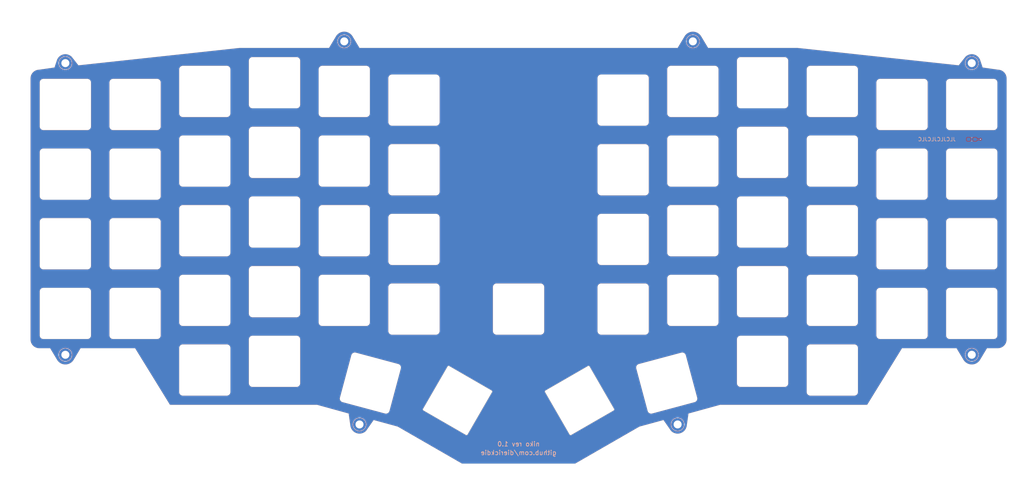
<source format=kicad_pcb>
(kicad_pcb (version 20171130) (host pcbnew "(5.1.4-0)")
  (layers (0 F.Cu signal) (31 B.Cu signal) (34 B.Paste user) (35 F.Paste user) (36 B.SilkS user) (37 F.SilkS user) (38 B.Mask user) (39 F.Mask user) (44 Edge.Cuts user))
  (net 0 "")
  (net 1 GND)
  (module Resistor_SMD:R_0603_1608Metric_Pad1.05x0.95mm_HandSolder (layer B.Cu) (at 321.470285 100.01271 180)
    (fp_text reference R1)
    (fp_text value R_Small)
    (fp_line (start -0.171267 -0.51) (end 0.171267 -0.51) (layer B.SilkS) (width 0.12))
    (fp_line (start -0.171267 0.51) (end 0.171267 0.51) (layer B.SilkS) (width 0.12))
    (pad 2 smd roundrect (at 0.875 0 180) (size 1.05 0.95) (layers B.Cu B.Paste B.Mask))
    (pad 1 smd roundrect (at -0.875 0 180) (size 1.05 0.95) (layers B.Cu B.Paste B.Mask) (net 1 GND))
  )
  (module Keeb_footprints:MX_150_cutout_plated (layer F.Cu) (at 214.3134 171.45072 120)
    (fp_text reference U43)
    (fp_text value HOLE hide)
    (fp_line (start 7 6.7) (end 7 -6.7) (layer Edge.Cuts) (width 0.1))
    (fp_line (start -7 6.7) (end -7 -6.7) (layer Edge.Cuts) (width 0.1))
    (fp_line (start 6.7 7) (end -6.7 7) (layer Edge.Cuts) (width 0.1))
    (fp_line (start 6.7 -7) (end -6.7 -7) (layer Edge.Cuts) (width 0.1))
    (fp_arc (start -6.7 6.7) (end -7 6.7) (angle -90) (layer Edge.Cuts) (width 0.1))
    (fp_arc (start -6.7 -6.7) (end -6.7 -7) (angle -90) (layer Edge.Cuts) (width 0.1))
    (fp_arc (start 6.7 -6.7) (end 7 -6.7) (angle -90) (layer Edge.Cuts) (width 0.1))
    (fp_arc (start 6.7 6.7) (end 6.7 7) (angle -90) (layer Edge.Cuts) (width 0.1))
  )
  (module Keeb_footprints:MX_150_cutout_plated (layer F.Cu) (at 180.97576 171.45072 60)
    (fp_text reference U42)
    (fp_text value HOLE hide)
    (fp_line (start 7 6.7) (end 7 -6.7) (layer Edge.Cuts) (width 0.1))
    (fp_line (start -7 6.7) (end -7 -6.7) (layer Edge.Cuts) (width 0.1))
    (fp_line (start 6.7 7) (end -6.7 7) (layer Edge.Cuts) (width 0.1))
    (fp_line (start 6.7 -7) (end -6.7 -7) (layer Edge.Cuts) (width 0.1))
    (fp_arc (start -6.7 6.7) (end -7 6.7) (angle -90) (layer Edge.Cuts) (width 0.1))
    (fp_arc (start -6.7 -6.7) (end -6.7 -7) (angle -90) (layer Edge.Cuts) (width 0.1))
    (fp_arc (start 6.7 -6.7) (end 7 -6.7) (angle -90) (layer Edge.Cuts) (width 0.1))
    (fp_arc (start 6.7 6.7) (end 6.7 7) (angle -90) (layer Edge.Cuts) (width 0.1))
  )
  (module Keeb_footprints:MX100_cutout_plated (layer F.Cu) (at 197.64458 146.447085)
    (fp_text reference U61)
    (fp_text value HOLE)
    (fp_arc (start -6 -6) (end -6 -7) (angle -90) (layer Edge.Cuts) (width 0.05))
    (fp_arc (start 6 6) (end 6 7) (angle -90) (layer Edge.Cuts) (width 0.05))
    (fp_arc (start 6 -6) (end 7 -6) (angle -90) (layer Edge.Cuts) (width 0.05))
    (fp_arc (start -6 6) (end -7 6) (angle -90) (layer Edge.Cuts) (width 0.05))
    (fp_line (start -6 7) (end 6 7) (layer Edge.Cuts) (width 0.05))
    (fp_line (start 7 -6) (end 7 6) (layer Edge.Cuts) (width 0.05))
    (fp_line (start -6 -7) (end 6 -7) (layer Edge.Cuts) (width 0.05))
    (fp_line (start -7 6) (end -7 -6) (layer Edge.Cuts) (width 0.05))
  )
  (module Keeb_footprints:MX100_cutout_plated (layer F.Cu) (at 321.4701 90.48788)
    (fp_text reference U60)
    (fp_text value HOLE)
    (fp_arc (start -6 -6) (end -6 -7) (angle -90) (layer Edge.Cuts) (width 0.05))
    (fp_arc (start 6 6) (end 6 7) (angle -90) (layer Edge.Cuts) (width 0.05))
    (fp_arc (start 6 -6) (end 7 -6) (angle -90) (layer Edge.Cuts) (width 0.05))
    (fp_arc (start -6 6) (end -7 6) (angle -90) (layer Edge.Cuts) (width 0.05))
    (fp_line (start -6 7) (end 6 7) (layer Edge.Cuts) (width 0.05))
    (fp_line (start 7 -6) (end 7 6) (layer Edge.Cuts) (width 0.05))
    (fp_line (start -6 -7) (end 6 -7) (layer Edge.Cuts) (width 0.05))
    (fp_line (start -7 6) (end -7 -6) (layer Edge.Cuts) (width 0.05))
  )
  (module Keeb_footprints:MX100_cutout_plated (layer F.Cu) (at 302.42002 90.48788)
    (fp_text reference U59)
    (fp_text value HOLE)
    (fp_arc (start -6 -6) (end -6 -7) (angle -90) (layer Edge.Cuts) (width 0.05))
    (fp_arc (start 6 6) (end 6 7) (angle -90) (layer Edge.Cuts) (width 0.05))
    (fp_arc (start 6 -6) (end 7 -6) (angle -90) (layer Edge.Cuts) (width 0.05))
    (fp_arc (start -6 6) (end -7 6) (angle -90) (layer Edge.Cuts) (width 0.05))
    (fp_line (start -6 7) (end 6 7) (layer Edge.Cuts) (width 0.05))
    (fp_line (start 7 -6) (end 7 6) (layer Edge.Cuts) (width 0.05))
    (fp_line (start -6 -7) (end 6 -7) (layer Edge.Cuts) (width 0.05))
    (fp_line (start -7 6) (end -7 -6) (layer Edge.Cuts) (width 0.05))
  )
  (module Keeb_footprints:MX100_cutout_plated (layer F.Cu) (at 283.36994 86.91599)
    (fp_text reference U58)
    (fp_text value HOLE)
    (fp_arc (start -6 -6) (end -6 -7) (angle -90) (layer Edge.Cuts) (width 0.05))
    (fp_arc (start 6 6) (end 6 7) (angle -90) (layer Edge.Cuts) (width 0.05))
    (fp_arc (start 6 -6) (end 7 -6) (angle -90) (layer Edge.Cuts) (width 0.05))
    (fp_arc (start -6 6) (end -7 6) (angle -90) (layer Edge.Cuts) (width 0.05))
    (fp_line (start -6 7) (end 6 7) (layer Edge.Cuts) (width 0.05))
    (fp_line (start 7 -6) (end 7 6) (layer Edge.Cuts) (width 0.05))
    (fp_line (start -6 -7) (end 6 -7) (layer Edge.Cuts) (width 0.05))
    (fp_line (start -7 6) (end -7 -6) (layer Edge.Cuts) (width 0.05))
  )
  (module Keeb_footprints:MX100_cutout_plated (layer F.Cu) (at 264.31986 84.53473)
    (fp_text reference U57)
    (fp_text value HOLE)
    (fp_arc (start -6 -6) (end -6 -7) (angle -90) (layer Edge.Cuts) (width 0.05))
    (fp_arc (start 6 6) (end 6 7) (angle -90) (layer Edge.Cuts) (width 0.05))
    (fp_arc (start 6 -6) (end 7 -6) (angle -90) (layer Edge.Cuts) (width 0.05))
    (fp_arc (start -6 6) (end -7 6) (angle -90) (layer Edge.Cuts) (width 0.05))
    (fp_line (start -6 7) (end 6 7) (layer Edge.Cuts) (width 0.05))
    (fp_line (start 7 -6) (end 7 6) (layer Edge.Cuts) (width 0.05))
    (fp_line (start -6 -7) (end 6 -7) (layer Edge.Cuts) (width 0.05))
    (fp_line (start -7 6) (end -7 -6) (layer Edge.Cuts) (width 0.05))
  )
  (module Keeb_footprints:MX100_cutout_plated (layer F.Cu) (at 245.26978 86.91599)
    (fp_text reference U56)
    (fp_text value HOLE)
    (fp_arc (start -6 -6) (end -6 -7) (angle -90) (layer Edge.Cuts) (width 0.05))
    (fp_arc (start 6 6) (end 6 7) (angle -90) (layer Edge.Cuts) (width 0.05))
    (fp_arc (start 6 -6) (end 7 -6) (angle -90) (layer Edge.Cuts) (width 0.05))
    (fp_arc (start -6 6) (end -7 6) (angle -90) (layer Edge.Cuts) (width 0.05))
    (fp_line (start -6 7) (end 6 7) (layer Edge.Cuts) (width 0.05))
    (fp_line (start 7 -6) (end 7 6) (layer Edge.Cuts) (width 0.05))
    (fp_line (start -6 -7) (end 6 -7) (layer Edge.Cuts) (width 0.05))
    (fp_line (start -7 6) (end -7 -6) (layer Edge.Cuts) (width 0.05))
  )
  (module Keeb_footprints:MX100_cutout_plated (layer F.Cu) (at 226.2197 89.29725)
    (fp_text reference U55)
    (fp_text value HOLE)
    (fp_arc (start -6 -6) (end -6 -7) (angle -90) (layer Edge.Cuts) (width 0.05))
    (fp_arc (start 6 6) (end 6 7) (angle -90) (layer Edge.Cuts) (width 0.05))
    (fp_arc (start 6 -6) (end 7 -6) (angle -90) (layer Edge.Cuts) (width 0.05))
    (fp_arc (start -6 6) (end -7 6) (angle -90) (layer Edge.Cuts) (width 0.05))
    (fp_line (start -6 7) (end 6 7) (layer Edge.Cuts) (width 0.05))
    (fp_line (start 7 -6) (end 7 6) (layer Edge.Cuts) (width 0.05))
    (fp_line (start -6 -7) (end 6 -7) (layer Edge.Cuts) (width 0.05))
    (fp_line (start -7 6) (end -7 -6) (layer Edge.Cuts) (width 0.05))
  )
  (module Keeb_footprints:MX100_cutout_plated (layer F.Cu) (at 169.06946 89.29725)
    (fp_text reference U54)
    (fp_text value HOLE)
    (fp_arc (start -6 -6) (end -6 -7) (angle -90) (layer Edge.Cuts) (width 0.05))
    (fp_arc (start 6 6) (end 6 7) (angle -90) (layer Edge.Cuts) (width 0.05))
    (fp_arc (start 6 -6) (end 7 -6) (angle -90) (layer Edge.Cuts) (width 0.05))
    (fp_arc (start -6 6) (end -7 6) (angle -90) (layer Edge.Cuts) (width 0.05))
    (fp_line (start -6 7) (end 6 7) (layer Edge.Cuts) (width 0.05))
    (fp_line (start 7 -6) (end 7 6) (layer Edge.Cuts) (width 0.05))
    (fp_line (start -6 -7) (end 6 -7) (layer Edge.Cuts) (width 0.05))
    (fp_line (start -7 6) (end -7 -6) (layer Edge.Cuts) (width 0.05))
  )
  (module Keeb_footprints:MX100_cutout_plated (layer F.Cu) (at 150.01938 86.91599)
    (fp_text reference U53)
    (fp_text value HOLE)
    (fp_arc (start -6 -6) (end -6 -7) (angle -90) (layer Edge.Cuts) (width 0.05))
    (fp_arc (start 6 6) (end 6 7) (angle -90) (layer Edge.Cuts) (width 0.05))
    (fp_arc (start 6 -6) (end 7 -6) (angle -90) (layer Edge.Cuts) (width 0.05))
    (fp_arc (start -6 6) (end -7 6) (angle -90) (layer Edge.Cuts) (width 0.05))
    (fp_line (start -6 7) (end 6 7) (layer Edge.Cuts) (width 0.05))
    (fp_line (start 7 -6) (end 7 6) (layer Edge.Cuts) (width 0.05))
    (fp_line (start -6 -7) (end 6 -7) (layer Edge.Cuts) (width 0.05))
    (fp_line (start -7 6) (end -7 -6) (layer Edge.Cuts) (width 0.05))
  )
  (module Keeb_footprints:MX100_cutout_plated (layer F.Cu) (at 130.9693 84.53473)
    (fp_text reference U52)
    (fp_text value HOLE)
    (fp_arc (start -6 -6) (end -6 -7) (angle -90) (layer Edge.Cuts) (width 0.05))
    (fp_arc (start 6 6) (end 6 7) (angle -90) (layer Edge.Cuts) (width 0.05))
    (fp_arc (start 6 -6) (end 7 -6) (angle -90) (layer Edge.Cuts) (width 0.05))
    (fp_arc (start -6 6) (end -7 6) (angle -90) (layer Edge.Cuts) (width 0.05))
    (fp_line (start -6 7) (end 6 7) (layer Edge.Cuts) (width 0.05))
    (fp_line (start 7 -6) (end 7 6) (layer Edge.Cuts) (width 0.05))
    (fp_line (start -6 -7) (end 6 -7) (layer Edge.Cuts) (width 0.05))
    (fp_line (start -7 6) (end -7 -6) (layer Edge.Cuts) (width 0.05))
  )
  (module Keeb_footprints:MX100_cutout_plated (layer F.Cu) (at 111.91922 86.91599)
    (fp_text reference U51)
    (fp_text value HOLE)
    (fp_arc (start -6 -6) (end -6 -7) (angle -90) (layer Edge.Cuts) (width 0.05))
    (fp_arc (start 6 6) (end 6 7) (angle -90) (layer Edge.Cuts) (width 0.05))
    (fp_arc (start 6 -6) (end 7 -6) (angle -90) (layer Edge.Cuts) (width 0.05))
    (fp_arc (start -6 6) (end -7 6) (angle -90) (layer Edge.Cuts) (width 0.05))
    (fp_line (start -6 7) (end 6 7) (layer Edge.Cuts) (width 0.05))
    (fp_line (start 7 -6) (end 7 6) (layer Edge.Cuts) (width 0.05))
    (fp_line (start -6 -7) (end 6 -7) (layer Edge.Cuts) (width 0.05))
    (fp_line (start -7 6) (end -7 -6) (layer Edge.Cuts) (width 0.05))
  )
  (module Keeb_footprints:MX100_cutout_plated (layer F.Cu) (at 92.86914 90.48788)
    (fp_text reference U50)
    (fp_text value HOLE)
    (fp_arc (start -6 -6) (end -6 -7) (angle -90) (layer Edge.Cuts) (width 0.05))
    (fp_arc (start 6 6) (end 6 7) (angle -90) (layer Edge.Cuts) (width 0.05))
    (fp_arc (start 6 -6) (end 7 -6) (angle -90) (layer Edge.Cuts) (width 0.05))
    (fp_arc (start -6 6) (end -7 6) (angle -90) (layer Edge.Cuts) (width 0.05))
    (fp_line (start -6 7) (end 6 7) (layer Edge.Cuts) (width 0.05))
    (fp_line (start 7 -6) (end 7 6) (layer Edge.Cuts) (width 0.05))
    (fp_line (start -6 -7) (end 6 -7) (layer Edge.Cuts) (width 0.05))
    (fp_line (start -7 6) (end -7 -6) (layer Edge.Cuts) (width 0.05))
  )
  (module Keeb_footprints:MX100_cutout_plated (layer F.Cu) (at 73.81906 90.48788)
    (fp_text reference U49)
    (fp_text value HOLE)
    (fp_arc (start -6 -6) (end -6 -7) (angle -90) (layer Edge.Cuts) (width 0.05))
    (fp_arc (start 6 6) (end 6 7) (angle -90) (layer Edge.Cuts) (width 0.05))
    (fp_arc (start 6 -6) (end 7 -6) (angle -90) (layer Edge.Cuts) (width 0.05))
    (fp_arc (start -6 6) (end -7 6) (angle -90) (layer Edge.Cuts) (width 0.05))
    (fp_line (start -6 7) (end 6 7) (layer Edge.Cuts) (width 0.05))
    (fp_line (start 7 -6) (end 7 6) (layer Edge.Cuts) (width 0.05))
    (fp_line (start -6 -7) (end 6 -7) (layer Edge.Cuts) (width 0.05))
    (fp_line (start -7 6) (end -7 -6) (layer Edge.Cuts) (width 0.05))
  )
  (module Keeb_footprints:MX100_cutout_plated (layer F.Cu) (at 264.31986 160.73505)
    (fp_text reference U45)
    (fp_text value HOLE)
    (fp_line (start -6 7) (end 6 7) (layer Edge.Cuts) (width 0.05))
    (fp_line (start 7 -6) (end 7 6) (layer Edge.Cuts) (width 0.05))
    (fp_line (start -6 -7) (end 6 -7) (layer Edge.Cuts) (width 0.05))
    (fp_line (start -7 6) (end -7 -6) (layer Edge.Cuts) (width 0.05))
    (fp_arc (start -6 -6) (end -6 -7) (angle -90) (layer Edge.Cuts) (width 0.05))
    (fp_arc (start 6 6) (end 6 7) (angle -90) (layer Edge.Cuts) (width 0.05))
    (fp_arc (start 6 -6) (end 7 -6) (angle -90) (layer Edge.Cuts) (width 0.05))
    (fp_arc (start -6 6) (end -7 6) (angle -90) (layer Edge.Cuts) (width 0.05))
  )
  (module Keeb_footprints:MX100_cutout_plated (layer F.Cu) (at 73.81906 109.53796)
    (fp_text reference U1)
    (fp_text value HOLE)
    (fp_line (start -6 7) (end 6 7) (layer Edge.Cuts) (width 0.05))
    (fp_line (start 7 -6) (end 7 6) (layer Edge.Cuts) (width 0.05))
    (fp_line (start -6 -7) (end 6 -7) (layer Edge.Cuts) (width 0.05))
    (fp_line (start -7 6) (end -7 -6) (layer Edge.Cuts) (width 0.05))
    (fp_arc (start -6 -6) (end -6 -7) (angle -90) (layer Edge.Cuts) (width 0.05))
    (fp_arc (start 6 6) (end 6 7) (angle -90) (layer Edge.Cuts) (width 0.05))
    (fp_arc (start 6 -6) (end 7 -6) (angle -90) (layer Edge.Cuts) (width 0.05))
    (fp_arc (start -6 6) (end -7 6) (angle -90) (layer Edge.Cuts) (width 0.05))
  )
  (module Keeb_footprints:MX100_cutout_plated (layer F.Cu) (at 283.36994 163.11631)
    (fp_text reference U46)
    (fp_text value HOLE)
    (fp_line (start -6 7) (end 6 7) (layer Edge.Cuts) (width 0.05))
    (fp_line (start 7 -6) (end 7 6) (layer Edge.Cuts) (width 0.05))
    (fp_line (start -6 -7) (end 6 -7) (layer Edge.Cuts) (width 0.05))
    (fp_line (start -7 6) (end -7 -6) (layer Edge.Cuts) (width 0.05))
    (fp_arc (start -6 -6) (end -6 -7) (angle -90) (layer Edge.Cuts) (width 0.05))
    (fp_arc (start 6 6) (end 6 7) (angle -90) (layer Edge.Cuts) (width 0.05))
    (fp_arc (start 6 -6) (end 7 -6) (angle -90) (layer Edge.Cuts) (width 0.05))
    (fp_arc (start -6 6) (end -7 6) (angle -90) (layer Edge.Cuts) (width 0.05))
  )
  (module Keeb_footprints:MX100_cutout_plated (layer F.Cu) (at 238.126 166.6882 195)
    (fp_text reference U44)
    (fp_text value HOLE)
    (fp_line (start -6 7) (end 6 7) (layer Edge.Cuts) (width 0.05))
    (fp_line (start 7 -6) (end 7 6) (layer Edge.Cuts) (width 0.05))
    (fp_line (start -6 -7) (end 6 -7) (layer Edge.Cuts) (width 0.05))
    (fp_line (start -7 6) (end -7 -6) (layer Edge.Cuts) (width 0.05))
    (fp_arc (start -6 -6) (end -6 -7) (angle -90) (layer Edge.Cuts) (width 0.05))
    (fp_arc (start 6 6) (end 6 7) (angle -90) (layer Edge.Cuts) (width 0.05))
    (fp_arc (start 6 -6) (end 7 -6) (angle -90) (layer Edge.Cuts) (width 0.05))
    (fp_arc (start -6 6) (end -7 6) (angle -90) (layer Edge.Cuts) (width 0.05))
  )
  (module Keeb_footprints:MX100_cutout_plated (layer F.Cu) (at 157.16316 166.6882 165)
    (fp_text reference U41)
    (fp_text value HOLE)
    (fp_line (start -6 7) (end 6 7) (layer Edge.Cuts) (width 0.05))
    (fp_line (start 7 -6) (end 7 6) (layer Edge.Cuts) (width 0.05))
    (fp_line (start -6 -7) (end 6 -7) (layer Edge.Cuts) (width 0.05))
    (fp_line (start -7 6) (end -7 -6) (layer Edge.Cuts) (width 0.05))
    (fp_arc (start -6 -6) (end -6 -7) (angle -90) (layer Edge.Cuts) (width 0.05))
    (fp_arc (start 6 6) (end 6 7) (angle -90) (layer Edge.Cuts) (width 0.05))
    (fp_arc (start 6 -6) (end 7 -6) (angle -90) (layer Edge.Cuts) (width 0.05))
    (fp_arc (start -6 6) (end -7 6) (angle -90) (layer Edge.Cuts) (width 0.05))
  )
  (module Keeb_footprints:MX100_cutout_plated (layer F.Cu) (at 130.9693 160.73505)
    (fp_text reference U40)
    (fp_text value HOLE)
    (fp_line (start -6 7) (end 6 7) (layer Edge.Cuts) (width 0.05))
    (fp_line (start 7 -6) (end 7 6) (layer Edge.Cuts) (width 0.05))
    (fp_line (start -6 -7) (end 6 -7) (layer Edge.Cuts) (width 0.05))
    (fp_line (start -7 6) (end -7 -6) (layer Edge.Cuts) (width 0.05))
    (fp_arc (start -6 -6) (end -6 -7) (angle -90) (layer Edge.Cuts) (width 0.05))
    (fp_arc (start 6 6) (end 6 7) (angle -90) (layer Edge.Cuts) (width 0.05))
    (fp_arc (start 6 -6) (end 7 -6) (angle -90) (layer Edge.Cuts) (width 0.05))
    (fp_arc (start -6 6) (end -7 6) (angle -90) (layer Edge.Cuts) (width 0.05))
  )
  (module Keeb_footprints:MX100_cutout_plated (layer F.Cu) (at 111.91922 163.11631)
    (fp_text reference U39)
    (fp_text value HOLE)
    (fp_line (start -6 7) (end 6 7) (layer Edge.Cuts) (width 0.05))
    (fp_line (start 7 -6) (end 7 6) (layer Edge.Cuts) (width 0.05))
    (fp_line (start -6 -7) (end 6 -7) (layer Edge.Cuts) (width 0.05))
    (fp_line (start -7 6) (end -7 -6) (layer Edge.Cuts) (width 0.05))
    (fp_arc (start -6 -6) (end -6 -7) (angle -90) (layer Edge.Cuts) (width 0.05))
    (fp_arc (start 6 6) (end 6 7) (angle -90) (layer Edge.Cuts) (width 0.05))
    (fp_arc (start 6 -6) (end 7 -6) (angle -90) (layer Edge.Cuts) (width 0.05))
    (fp_arc (start -6 6) (end -7 6) (angle -90) (layer Edge.Cuts) (width 0.05))
  )
  (module Keeb_footprints:MX100_cutout_plated (layer F.Cu) (at 321.4701 147.63812)
    (fp_text reference U36)
    (fp_text value HOLE)
    (fp_line (start -6 7) (end 6 7) (layer Edge.Cuts) (width 0.05))
    (fp_line (start 7 -6) (end 7 6) (layer Edge.Cuts) (width 0.05))
    (fp_line (start -6 -7) (end 6 -7) (layer Edge.Cuts) (width 0.05))
    (fp_line (start -7 6) (end -7 -6) (layer Edge.Cuts) (width 0.05))
    (fp_arc (start -6 -6) (end -6 -7) (angle -90) (layer Edge.Cuts) (width 0.05))
    (fp_arc (start 6 6) (end 6 7) (angle -90) (layer Edge.Cuts) (width 0.05))
    (fp_arc (start 6 -6) (end 7 -6) (angle -90) (layer Edge.Cuts) (width 0.05))
    (fp_arc (start -6 6) (end -7 6) (angle -90) (layer Edge.Cuts) (width 0.05))
  )
  (module Keeb_footprints:MX100_cutout_plated (layer F.Cu) (at 302.42002 147.63812)
    (fp_text reference U35)
    (fp_text value HOLE)
    (fp_line (start -6 7) (end 6 7) (layer Edge.Cuts) (width 0.05))
    (fp_line (start 7 -6) (end 7 6) (layer Edge.Cuts) (width 0.05))
    (fp_line (start -6 -7) (end 6 -7) (layer Edge.Cuts) (width 0.05))
    (fp_line (start -7 6) (end -7 -6) (layer Edge.Cuts) (width 0.05))
    (fp_arc (start -6 -6) (end -6 -7) (angle -90) (layer Edge.Cuts) (width 0.05))
    (fp_arc (start 6 6) (end 6 7) (angle -90) (layer Edge.Cuts) (width 0.05))
    (fp_arc (start 6 -6) (end 7 -6) (angle -90) (layer Edge.Cuts) (width 0.05))
    (fp_arc (start -6 6) (end -7 6) (angle -90) (layer Edge.Cuts) (width 0.05))
  )
  (module Keeb_footprints:MX100_cutout_plated (layer F.Cu) (at 283.36994 144.06623)
    (fp_text reference U34)
    (fp_text value HOLE)
    (fp_line (start -6 7) (end 6 7) (layer Edge.Cuts) (width 0.05))
    (fp_line (start 7 -6) (end 7 6) (layer Edge.Cuts) (width 0.05))
    (fp_line (start -6 -7) (end 6 -7) (layer Edge.Cuts) (width 0.05))
    (fp_line (start -7 6) (end -7 -6) (layer Edge.Cuts) (width 0.05))
    (fp_arc (start -6 -6) (end -6 -7) (angle -90) (layer Edge.Cuts) (width 0.05))
    (fp_arc (start 6 6) (end 6 7) (angle -90) (layer Edge.Cuts) (width 0.05))
    (fp_arc (start 6 -6) (end 7 -6) (angle -90) (layer Edge.Cuts) (width 0.05))
    (fp_arc (start -6 6) (end -7 6) (angle -90) (layer Edge.Cuts) (width 0.05))
  )
  (module Keeb_footprints:MX100_cutout_plated (layer F.Cu) (at 264.31986 141.68497)
    (fp_text reference U33)
    (fp_text value HOLE)
    (fp_line (start -6 7) (end 6 7) (layer Edge.Cuts) (width 0.05))
    (fp_line (start 7 -6) (end 7 6) (layer Edge.Cuts) (width 0.05))
    (fp_line (start -6 -7) (end 6 -7) (layer Edge.Cuts) (width 0.05))
    (fp_line (start -7 6) (end -7 -6) (layer Edge.Cuts) (width 0.05))
    (fp_arc (start -6 -6) (end -6 -7) (angle -90) (layer Edge.Cuts) (width 0.05))
    (fp_arc (start 6 6) (end 6 7) (angle -90) (layer Edge.Cuts) (width 0.05))
    (fp_arc (start 6 -6) (end 7 -6) (angle -90) (layer Edge.Cuts) (width 0.05))
    (fp_arc (start -6 6) (end -7 6) (angle -90) (layer Edge.Cuts) (width 0.05))
  )
  (module Keeb_footprints:MX100_cutout_plated (layer F.Cu) (at 245.26978 144.06623)
    (fp_text reference U32)
    (fp_text value HOLE)
    (fp_line (start -6 7) (end 6 7) (layer Edge.Cuts) (width 0.05))
    (fp_line (start 7 -6) (end 7 6) (layer Edge.Cuts) (width 0.05))
    (fp_line (start -6 -7) (end 6 -7) (layer Edge.Cuts) (width 0.05))
    (fp_line (start -7 6) (end -7 -6) (layer Edge.Cuts) (width 0.05))
    (fp_arc (start -6 -6) (end -6 -7) (angle -90) (layer Edge.Cuts) (width 0.05))
    (fp_arc (start 6 6) (end 6 7) (angle -90) (layer Edge.Cuts) (width 0.05))
    (fp_arc (start 6 -6) (end 7 -6) (angle -90) (layer Edge.Cuts) (width 0.05))
    (fp_arc (start -6 6) (end -7 6) (angle -90) (layer Edge.Cuts) (width 0.05))
  )
  (module Keeb_footprints:MX100_cutout_plated (layer F.Cu) (at 226.2197 146.44749)
    (fp_text reference U31)
    (fp_text value HOLE)
    (fp_line (start -6 7) (end 6 7) (layer Edge.Cuts) (width 0.05))
    (fp_line (start 7 -6) (end 7 6) (layer Edge.Cuts) (width 0.05))
    (fp_line (start -6 -7) (end 6 -7) (layer Edge.Cuts) (width 0.05))
    (fp_line (start -7 6) (end -7 -6) (layer Edge.Cuts) (width 0.05))
    (fp_arc (start -6 -6) (end -6 -7) (angle -90) (layer Edge.Cuts) (width 0.05))
    (fp_arc (start 6 6) (end 6 7) (angle -90) (layer Edge.Cuts) (width 0.05))
    (fp_arc (start 6 -6) (end 7 -6) (angle -90) (layer Edge.Cuts) (width 0.05))
    (fp_arc (start -6 6) (end -7 6) (angle -90) (layer Edge.Cuts) (width 0.05))
  )
  (module Keeb_footprints:MX100_cutout_plated (layer F.Cu) (at 169.06946 146.44749)
    (fp_text reference U30)
    (fp_text value HOLE)
    (fp_line (start -6 7) (end 6 7) (layer Edge.Cuts) (width 0.05))
    (fp_line (start 7 -6) (end 7 6) (layer Edge.Cuts) (width 0.05))
    (fp_line (start -6 -7) (end 6 -7) (layer Edge.Cuts) (width 0.05))
    (fp_line (start -7 6) (end -7 -6) (layer Edge.Cuts) (width 0.05))
    (fp_arc (start -6 -6) (end -6 -7) (angle -90) (layer Edge.Cuts) (width 0.05))
    (fp_arc (start 6 6) (end 6 7) (angle -90) (layer Edge.Cuts) (width 0.05))
    (fp_arc (start 6 -6) (end 7 -6) (angle -90) (layer Edge.Cuts) (width 0.05))
    (fp_arc (start -6 6) (end -7 6) (angle -90) (layer Edge.Cuts) (width 0.05))
  )
  (module Keeb_footprints:MX100_cutout_plated (layer F.Cu) (at 150.01938 144.06623)
    (fp_text reference U29)
    (fp_text value HOLE)
    (fp_line (start -6 7) (end 6 7) (layer Edge.Cuts) (width 0.05))
    (fp_line (start 7 -6) (end 7 6) (layer Edge.Cuts) (width 0.05))
    (fp_line (start -6 -7) (end 6 -7) (layer Edge.Cuts) (width 0.05))
    (fp_line (start -7 6) (end -7 -6) (layer Edge.Cuts) (width 0.05))
    (fp_arc (start -6 -6) (end -6 -7) (angle -90) (layer Edge.Cuts) (width 0.05))
    (fp_arc (start 6 6) (end 6 7) (angle -90) (layer Edge.Cuts) (width 0.05))
    (fp_arc (start 6 -6) (end 7 -6) (angle -90) (layer Edge.Cuts) (width 0.05))
    (fp_arc (start -6 6) (end -7 6) (angle -90) (layer Edge.Cuts) (width 0.05))
  )
  (module Keeb_footprints:MX100_cutout_plated (layer F.Cu) (at 130.9693 141.68497)
    (fp_text reference U28)
    (fp_text value HOLE)
    (fp_line (start -6 7) (end 6 7) (layer Edge.Cuts) (width 0.05))
    (fp_line (start 7 -6) (end 7 6) (layer Edge.Cuts) (width 0.05))
    (fp_line (start -6 -7) (end 6 -7) (layer Edge.Cuts) (width 0.05))
    (fp_line (start -7 6) (end -7 -6) (layer Edge.Cuts) (width 0.05))
    (fp_arc (start -6 -6) (end -6 -7) (angle -90) (layer Edge.Cuts) (width 0.05))
    (fp_arc (start 6 6) (end 6 7) (angle -90) (layer Edge.Cuts) (width 0.05))
    (fp_arc (start 6 -6) (end 7 -6) (angle -90) (layer Edge.Cuts) (width 0.05))
    (fp_arc (start -6 6) (end -7 6) (angle -90) (layer Edge.Cuts) (width 0.05))
  )
  (module Keeb_footprints:MX100_cutout_plated (layer F.Cu) (at 111.91922 144.06623)
    (fp_text reference U27)
    (fp_text value HOLE)
    (fp_line (start -6 7) (end 6 7) (layer Edge.Cuts) (width 0.05))
    (fp_line (start 7 -6) (end 7 6) (layer Edge.Cuts) (width 0.05))
    (fp_line (start -6 -7) (end 6 -7) (layer Edge.Cuts) (width 0.05))
    (fp_line (start -7 6) (end -7 -6) (layer Edge.Cuts) (width 0.05))
    (fp_arc (start -6 -6) (end -6 -7) (angle -90) (layer Edge.Cuts) (width 0.05))
    (fp_arc (start 6 6) (end 6 7) (angle -90) (layer Edge.Cuts) (width 0.05))
    (fp_arc (start 6 -6) (end 7 -6) (angle -90) (layer Edge.Cuts) (width 0.05))
    (fp_arc (start -6 6) (end -7 6) (angle -90) (layer Edge.Cuts) (width 0.05))
  )
  (module Keeb_footprints:MX100_cutout_plated (layer F.Cu) (at 92.86914 147.63812)
    (fp_text reference U26)
    (fp_text value HOLE)
    (fp_line (start -6 7) (end 6 7) (layer Edge.Cuts) (width 0.05))
    (fp_line (start 7 -6) (end 7 6) (layer Edge.Cuts) (width 0.05))
    (fp_line (start -6 -7) (end 6 -7) (layer Edge.Cuts) (width 0.05))
    (fp_line (start -7 6) (end -7 -6) (layer Edge.Cuts) (width 0.05))
    (fp_arc (start -6 -6) (end -6 -7) (angle -90) (layer Edge.Cuts) (width 0.05))
    (fp_arc (start 6 6) (end 6 7) (angle -90) (layer Edge.Cuts) (width 0.05))
    (fp_arc (start 6 -6) (end 7 -6) (angle -90) (layer Edge.Cuts) (width 0.05))
    (fp_arc (start -6 6) (end -7 6) (angle -90) (layer Edge.Cuts) (width 0.05))
  )
  (module Keeb_footprints:MX100_cutout_plated (layer F.Cu) (at 73.81906 147.63812)
    (fp_text reference U25)
    (fp_text value HOLE)
    (fp_line (start -6 7) (end 6 7) (layer Edge.Cuts) (width 0.05))
    (fp_line (start 7 -6) (end 7 6) (layer Edge.Cuts) (width 0.05))
    (fp_line (start -6 -7) (end 6 -7) (layer Edge.Cuts) (width 0.05))
    (fp_line (start -7 6) (end -7 -6) (layer Edge.Cuts) (width 0.05))
    (fp_arc (start -6 -6) (end -6 -7) (angle -90) (layer Edge.Cuts) (width 0.05))
    (fp_arc (start 6 6) (end 6 7) (angle -90) (layer Edge.Cuts) (width 0.05))
    (fp_arc (start 6 -6) (end 7 -6) (angle -90) (layer Edge.Cuts) (width 0.05))
    (fp_arc (start -6 6) (end -7 6) (angle -90) (layer Edge.Cuts) (width 0.05))
  )
  (module Keeb_footprints:MX100_cutout_plated (layer F.Cu) (at 321.4701 128.58804)
    (fp_text reference U24)
    (fp_text value HOLE)
    (fp_line (start -6 7) (end 6 7) (layer Edge.Cuts) (width 0.05))
    (fp_line (start 7 -6) (end 7 6) (layer Edge.Cuts) (width 0.05))
    (fp_line (start -6 -7) (end 6 -7) (layer Edge.Cuts) (width 0.05))
    (fp_line (start -7 6) (end -7 -6) (layer Edge.Cuts) (width 0.05))
    (fp_arc (start -6 -6) (end -6 -7) (angle -90) (layer Edge.Cuts) (width 0.05))
    (fp_arc (start 6 6) (end 6 7) (angle -90) (layer Edge.Cuts) (width 0.05))
    (fp_arc (start 6 -6) (end 7 -6) (angle -90) (layer Edge.Cuts) (width 0.05))
    (fp_arc (start -6 6) (end -7 6) (angle -90) (layer Edge.Cuts) (width 0.05))
  )
  (module Keeb_footprints:MX100_cutout_plated (layer F.Cu) (at 302.42002 128.58804)
    (fp_text reference U23)
    (fp_text value HOLE)
    (fp_line (start -6 7) (end 6 7) (layer Edge.Cuts) (width 0.05))
    (fp_line (start 7 -6) (end 7 6) (layer Edge.Cuts) (width 0.05))
    (fp_line (start -6 -7) (end 6 -7) (layer Edge.Cuts) (width 0.05))
    (fp_line (start -7 6) (end -7 -6) (layer Edge.Cuts) (width 0.05))
    (fp_arc (start -6 -6) (end -6 -7) (angle -90) (layer Edge.Cuts) (width 0.05))
    (fp_arc (start 6 6) (end 6 7) (angle -90) (layer Edge.Cuts) (width 0.05))
    (fp_arc (start 6 -6) (end 7 -6) (angle -90) (layer Edge.Cuts) (width 0.05))
    (fp_arc (start -6 6) (end -7 6) (angle -90) (layer Edge.Cuts) (width 0.05))
  )
  (module Keeb_footprints:MX100_cutout_plated (layer F.Cu) (at 283.36994 125.01615)
    (fp_text reference U22)
    (fp_text value HOLE)
    (fp_line (start -6 7) (end 6 7) (layer Edge.Cuts) (width 0.05))
    (fp_line (start 7 -6) (end 7 6) (layer Edge.Cuts) (width 0.05))
    (fp_line (start -6 -7) (end 6 -7) (layer Edge.Cuts) (width 0.05))
    (fp_line (start -7 6) (end -7 -6) (layer Edge.Cuts) (width 0.05))
    (fp_arc (start -6 -6) (end -6 -7) (angle -90) (layer Edge.Cuts) (width 0.05))
    (fp_arc (start 6 6) (end 6 7) (angle -90) (layer Edge.Cuts) (width 0.05))
    (fp_arc (start 6 -6) (end 7 -6) (angle -90) (layer Edge.Cuts) (width 0.05))
    (fp_arc (start -6 6) (end -7 6) (angle -90) (layer Edge.Cuts) (width 0.05))
  )
  (module Keeb_footprints:MX100_cutout_plated (layer F.Cu) (at 264.31986 122.63489)
    (fp_text reference U21)
    (fp_text value HOLE)
    (fp_line (start -6 7) (end 6 7) (layer Edge.Cuts) (width 0.05))
    (fp_line (start 7 -6) (end 7 6) (layer Edge.Cuts) (width 0.05))
    (fp_line (start -6 -7) (end 6 -7) (layer Edge.Cuts) (width 0.05))
    (fp_line (start -7 6) (end -7 -6) (layer Edge.Cuts) (width 0.05))
    (fp_arc (start -6 -6) (end -6 -7) (angle -90) (layer Edge.Cuts) (width 0.05))
    (fp_arc (start 6 6) (end 6 7) (angle -90) (layer Edge.Cuts) (width 0.05))
    (fp_arc (start 6 -6) (end 7 -6) (angle -90) (layer Edge.Cuts) (width 0.05))
    (fp_arc (start -6 6) (end -7 6) (angle -90) (layer Edge.Cuts) (width 0.05))
  )
  (module Keeb_footprints:MX100_cutout_plated (layer F.Cu) (at 245.26978 125.01615)
    (fp_text reference U20)
    (fp_text value HOLE)
    (fp_line (start -6 7) (end 6 7) (layer Edge.Cuts) (width 0.05))
    (fp_line (start 7 -6) (end 7 6) (layer Edge.Cuts) (width 0.05))
    (fp_line (start -6 -7) (end 6 -7) (layer Edge.Cuts) (width 0.05))
    (fp_line (start -7 6) (end -7 -6) (layer Edge.Cuts) (width 0.05))
    (fp_arc (start -6 -6) (end -6 -7) (angle -90) (layer Edge.Cuts) (width 0.05))
    (fp_arc (start 6 6) (end 6 7) (angle -90) (layer Edge.Cuts) (width 0.05))
    (fp_arc (start 6 -6) (end 7 -6) (angle -90) (layer Edge.Cuts) (width 0.05))
    (fp_arc (start -6 6) (end -7 6) (angle -90) (layer Edge.Cuts) (width 0.05))
  )
  (module Keeb_footprints:MX100_cutout_plated (layer F.Cu) (at 226.2197 127.39741)
    (fp_text reference U19)
    (fp_text value HOLE)
    (fp_line (start -6 7) (end 6 7) (layer Edge.Cuts) (width 0.05))
    (fp_line (start 7 -6) (end 7 6) (layer Edge.Cuts) (width 0.05))
    (fp_line (start -6 -7) (end 6 -7) (layer Edge.Cuts) (width 0.05))
    (fp_line (start -7 6) (end -7 -6) (layer Edge.Cuts) (width 0.05))
    (fp_arc (start -6 -6) (end -6 -7) (angle -90) (layer Edge.Cuts) (width 0.05))
    (fp_arc (start 6 6) (end 6 7) (angle -90) (layer Edge.Cuts) (width 0.05))
    (fp_arc (start 6 -6) (end 7 -6) (angle -90) (layer Edge.Cuts) (width 0.05))
    (fp_arc (start -6 6) (end -7 6) (angle -90) (layer Edge.Cuts) (width 0.05))
  )
  (module Keeb_footprints:MX100_cutout_plated (layer F.Cu) (at 169.06946 127.39741)
    (fp_text reference U18)
    (fp_text value HOLE)
    (fp_line (start -6 7) (end 6 7) (layer Edge.Cuts) (width 0.05))
    (fp_line (start 7 -6) (end 7 6) (layer Edge.Cuts) (width 0.05))
    (fp_line (start -6 -7) (end 6 -7) (layer Edge.Cuts) (width 0.05))
    (fp_line (start -7 6) (end -7 -6) (layer Edge.Cuts) (width 0.05))
    (fp_arc (start -6 -6) (end -6 -7) (angle -90) (layer Edge.Cuts) (width 0.05))
    (fp_arc (start 6 6) (end 6 7) (angle -90) (layer Edge.Cuts) (width 0.05))
    (fp_arc (start 6 -6) (end 7 -6) (angle -90) (layer Edge.Cuts) (width 0.05))
    (fp_arc (start -6 6) (end -7 6) (angle -90) (layer Edge.Cuts) (width 0.05))
  )
  (module Keeb_footprints:MX100_cutout_plated (layer F.Cu) (at 150.01938 125.01615)
    (fp_text reference U17)
    (fp_text value HOLE)
    (fp_line (start -6 7) (end 6 7) (layer Edge.Cuts) (width 0.05))
    (fp_line (start 7 -6) (end 7 6) (layer Edge.Cuts) (width 0.05))
    (fp_line (start -6 -7) (end 6 -7) (layer Edge.Cuts) (width 0.05))
    (fp_line (start -7 6) (end -7 -6) (layer Edge.Cuts) (width 0.05))
    (fp_arc (start -6 -6) (end -6 -7) (angle -90) (layer Edge.Cuts) (width 0.05))
    (fp_arc (start 6 6) (end 6 7) (angle -90) (layer Edge.Cuts) (width 0.05))
    (fp_arc (start 6 -6) (end 7 -6) (angle -90) (layer Edge.Cuts) (width 0.05))
    (fp_arc (start -6 6) (end -7 6) (angle -90) (layer Edge.Cuts) (width 0.05))
  )
  (module Keeb_footprints:MX100_cutout_plated (layer F.Cu) (at 130.9693 122.63489)
    (fp_text reference U16)
    (fp_text value HOLE)
    (fp_line (start -6 7) (end 6 7) (layer Edge.Cuts) (width 0.05))
    (fp_line (start 7 -6) (end 7 6) (layer Edge.Cuts) (width 0.05))
    (fp_line (start -6 -7) (end 6 -7) (layer Edge.Cuts) (width 0.05))
    (fp_line (start -7 6) (end -7 -6) (layer Edge.Cuts) (width 0.05))
    (fp_arc (start -6 -6) (end -6 -7) (angle -90) (layer Edge.Cuts) (width 0.05))
    (fp_arc (start 6 6) (end 6 7) (angle -90) (layer Edge.Cuts) (width 0.05))
    (fp_arc (start 6 -6) (end 7 -6) (angle -90) (layer Edge.Cuts) (width 0.05))
    (fp_arc (start -6 6) (end -7 6) (angle -90) (layer Edge.Cuts) (width 0.05))
  )
  (module Keeb_footprints:MX100_cutout_plated (layer F.Cu) (at 111.91922 125.01615)
    (fp_text reference U15)
    (fp_text value HOLE)
    (fp_line (start -6 7) (end 6 7) (layer Edge.Cuts) (width 0.05))
    (fp_line (start 7 -6) (end 7 6) (layer Edge.Cuts) (width 0.05))
    (fp_line (start -6 -7) (end 6 -7) (layer Edge.Cuts) (width 0.05))
    (fp_line (start -7 6) (end -7 -6) (layer Edge.Cuts) (width 0.05))
    (fp_arc (start -6 -6) (end -6 -7) (angle -90) (layer Edge.Cuts) (width 0.05))
    (fp_arc (start 6 6) (end 6 7) (angle -90) (layer Edge.Cuts) (width 0.05))
    (fp_arc (start 6 -6) (end 7 -6) (angle -90) (layer Edge.Cuts) (width 0.05))
    (fp_arc (start -6 6) (end -7 6) (angle -90) (layer Edge.Cuts) (width 0.05))
  )
  (module Keeb_footprints:MX100_cutout_plated (layer F.Cu) (at 92.86914 128.58804)
    (fp_text reference U14)
    (fp_text value HOLE)
    (fp_line (start -6 7) (end 6 7) (layer Edge.Cuts) (width 0.05))
    (fp_line (start 7 -6) (end 7 6) (layer Edge.Cuts) (width 0.05))
    (fp_line (start -6 -7) (end 6 -7) (layer Edge.Cuts) (width 0.05))
    (fp_line (start -7 6) (end -7 -6) (layer Edge.Cuts) (width 0.05))
    (fp_arc (start -6 -6) (end -6 -7) (angle -90) (layer Edge.Cuts) (width 0.05))
    (fp_arc (start 6 6) (end 6 7) (angle -90) (layer Edge.Cuts) (width 0.05))
    (fp_arc (start 6 -6) (end 7 -6) (angle -90) (layer Edge.Cuts) (width 0.05))
    (fp_arc (start -6 6) (end -7 6) (angle -90) (layer Edge.Cuts) (width 0.05))
  )
  (module Keeb_footprints:MX100_cutout_plated (layer F.Cu) (at 73.81906 128.58804)
    (fp_text reference U13)
    (fp_text value HOLE)
    (fp_line (start -6 7) (end 6 7) (layer Edge.Cuts) (width 0.05))
    (fp_line (start 7 -6) (end 7 6) (layer Edge.Cuts) (width 0.05))
    (fp_line (start -6 -7) (end 6 -7) (layer Edge.Cuts) (width 0.05))
    (fp_line (start -7 6) (end -7 -6) (layer Edge.Cuts) (width 0.05))
    (fp_arc (start -6 -6) (end -6 -7) (angle -90) (layer Edge.Cuts) (width 0.05))
    (fp_arc (start 6 6) (end 6 7) (angle -90) (layer Edge.Cuts) (width 0.05))
    (fp_arc (start 6 -6) (end 7 -6) (angle -90) (layer Edge.Cuts) (width 0.05))
    (fp_arc (start -6 6) (end -7 6) (angle -90) (layer Edge.Cuts) (width 0.05))
  )
  (module Keeb_footprints:MX100_cutout_plated (layer F.Cu) (at 321.4701 109.53796)
    (fp_text reference U12)
    (fp_text value HOLE)
    (fp_line (start -6 7) (end 6 7) (layer Edge.Cuts) (width 0.05))
    (fp_line (start 7 -6) (end 7 6) (layer Edge.Cuts) (width 0.05))
    (fp_line (start -6 -7) (end 6 -7) (layer Edge.Cuts) (width 0.05))
    (fp_line (start -7 6) (end -7 -6) (layer Edge.Cuts) (width 0.05))
    (fp_arc (start -6 -6) (end -6 -7) (angle -90) (layer Edge.Cuts) (width 0.05))
    (fp_arc (start 6 6) (end 6 7) (angle -90) (layer Edge.Cuts) (width 0.05))
    (fp_arc (start 6 -6) (end 7 -6) (angle -90) (layer Edge.Cuts) (width 0.05))
    (fp_arc (start -6 6) (end -7 6) (angle -90) (layer Edge.Cuts) (width 0.05))
  )
  (module Keeb_footprints:MX100_cutout_plated (layer F.Cu) (at 302.42002 109.53796)
    (fp_text reference U11)
    (fp_text value HOLE)
    (fp_line (start -6 7) (end 6 7) (layer Edge.Cuts) (width 0.05))
    (fp_line (start 7 -6) (end 7 6) (layer Edge.Cuts) (width 0.05))
    (fp_line (start -6 -7) (end 6 -7) (layer Edge.Cuts) (width 0.05))
    (fp_line (start -7 6) (end -7 -6) (layer Edge.Cuts) (width 0.05))
    (fp_arc (start -6 -6) (end -6 -7) (angle -90) (layer Edge.Cuts) (width 0.05))
    (fp_arc (start 6 6) (end 6 7) (angle -90) (layer Edge.Cuts) (width 0.05))
    (fp_arc (start 6 -6) (end 7 -6) (angle -90) (layer Edge.Cuts) (width 0.05))
    (fp_arc (start -6 6) (end -7 6) (angle -90) (layer Edge.Cuts) (width 0.05))
  )
  (module Keeb_footprints:MX100_cutout_plated (layer F.Cu) (at 283.36994 105.96607)
    (fp_text reference U10)
    (fp_text value HOLE)
    (fp_line (start -6 7) (end 6 7) (layer Edge.Cuts) (width 0.05))
    (fp_line (start 7 -6) (end 7 6) (layer Edge.Cuts) (width 0.05))
    (fp_line (start -6 -7) (end 6 -7) (layer Edge.Cuts) (width 0.05))
    (fp_line (start -7 6) (end -7 -6) (layer Edge.Cuts) (width 0.05))
    (fp_arc (start -6 -6) (end -6 -7) (angle -90) (layer Edge.Cuts) (width 0.05))
    (fp_arc (start 6 6) (end 6 7) (angle -90) (layer Edge.Cuts) (width 0.05))
    (fp_arc (start 6 -6) (end 7 -6) (angle -90) (layer Edge.Cuts) (width 0.05))
    (fp_arc (start -6 6) (end -7 6) (angle -90) (layer Edge.Cuts) (width 0.05))
  )
  (module Keeb_footprints:MX100_cutout_plated (layer F.Cu) (at 264.31986 103.58481)
    (fp_text reference U9)
    (fp_text value HOLE)
    (fp_line (start -6 7) (end 6 7) (layer Edge.Cuts) (width 0.05))
    (fp_line (start 7 -6) (end 7 6) (layer Edge.Cuts) (width 0.05))
    (fp_line (start -6 -7) (end 6 -7) (layer Edge.Cuts) (width 0.05))
    (fp_line (start -7 6) (end -7 -6) (layer Edge.Cuts) (width 0.05))
    (fp_arc (start -6 -6) (end -6 -7) (angle -90) (layer Edge.Cuts) (width 0.05))
    (fp_arc (start 6 6) (end 6 7) (angle -90) (layer Edge.Cuts) (width 0.05))
    (fp_arc (start 6 -6) (end 7 -6) (angle -90) (layer Edge.Cuts) (width 0.05))
    (fp_arc (start -6 6) (end -7 6) (angle -90) (layer Edge.Cuts) (width 0.05))
  )
  (module Keeb_footprints:MX100_cutout_plated (layer F.Cu) (at 245.26978 105.96607)
    (fp_text reference U8)
    (fp_text value HOLE)
    (fp_line (start -6 7) (end 6 7) (layer Edge.Cuts) (width 0.05))
    (fp_line (start 7 -6) (end 7 6) (layer Edge.Cuts) (width 0.05))
    (fp_line (start -6 -7) (end 6 -7) (layer Edge.Cuts) (width 0.05))
    (fp_line (start -7 6) (end -7 -6) (layer Edge.Cuts) (width 0.05))
    (fp_arc (start -6 -6) (end -6 -7) (angle -90) (layer Edge.Cuts) (width 0.05))
    (fp_arc (start 6 6) (end 6 7) (angle -90) (layer Edge.Cuts) (width 0.05))
    (fp_arc (start 6 -6) (end 7 -6) (angle -90) (layer Edge.Cuts) (width 0.05))
    (fp_arc (start -6 6) (end -7 6) (angle -90) (layer Edge.Cuts) (width 0.05))
  )
  (module Keeb_footprints:MX100_cutout_plated (layer F.Cu) (at 226.2197 108.34733)
    (fp_text reference U7)
    (fp_text value HOLE)
    (fp_line (start -6 7) (end 6 7) (layer Edge.Cuts) (width 0.05))
    (fp_line (start 7 -6) (end 7 6) (layer Edge.Cuts) (width 0.05))
    (fp_line (start -6 -7) (end 6 -7) (layer Edge.Cuts) (width 0.05))
    (fp_line (start -7 6) (end -7 -6) (layer Edge.Cuts) (width 0.05))
    (fp_arc (start -6 -6) (end -6 -7) (angle -90) (layer Edge.Cuts) (width 0.05))
    (fp_arc (start 6 6) (end 6 7) (angle -90) (layer Edge.Cuts) (width 0.05))
    (fp_arc (start 6 -6) (end 7 -6) (angle -90) (layer Edge.Cuts) (width 0.05))
    (fp_arc (start -6 6) (end -7 6) (angle -90) (layer Edge.Cuts) (width 0.05))
  )
  (module Keeb_footprints:MX100_cutout_plated (layer F.Cu) (at 169.06946 108.34733)
    (fp_text reference U6)
    (fp_text value HOLE)
    (fp_line (start -6 7) (end 6 7) (layer Edge.Cuts) (width 0.05))
    (fp_line (start 7 -6) (end 7 6) (layer Edge.Cuts) (width 0.05))
    (fp_line (start -6 -7) (end 6 -7) (layer Edge.Cuts) (width 0.05))
    (fp_line (start -7 6) (end -7 -6) (layer Edge.Cuts) (width 0.05))
    (fp_arc (start -6 -6) (end -6 -7) (angle -90) (layer Edge.Cuts) (width 0.05))
    (fp_arc (start 6 6) (end 6 7) (angle -90) (layer Edge.Cuts) (width 0.05))
    (fp_arc (start 6 -6) (end 7 -6) (angle -90) (layer Edge.Cuts) (width 0.05))
    (fp_arc (start -6 6) (end -7 6) (angle -90) (layer Edge.Cuts) (width 0.05))
  )
  (module Keeb_footprints:MX100_cutout_plated (layer F.Cu) (at 150.01938 105.96607)
    (fp_text reference U5)
    (fp_text value HOLE)
    (fp_line (start -6 7) (end 6 7) (layer Edge.Cuts) (width 0.05))
    (fp_line (start 7 -6) (end 7 6) (layer Edge.Cuts) (width 0.05))
    (fp_line (start -6 -7) (end 6 -7) (layer Edge.Cuts) (width 0.05))
    (fp_line (start -7 6) (end -7 -6) (layer Edge.Cuts) (width 0.05))
    (fp_arc (start -6 -6) (end -6 -7) (angle -90) (layer Edge.Cuts) (width 0.05))
    (fp_arc (start 6 6) (end 6 7) (angle -90) (layer Edge.Cuts) (width 0.05))
    (fp_arc (start 6 -6) (end 7 -6) (angle -90) (layer Edge.Cuts) (width 0.05))
    (fp_arc (start -6 6) (end -7 6) (angle -90) (layer Edge.Cuts) (width 0.05))
  )
  (module Keeb_footprints:MX100_cutout_plated (layer F.Cu) (at 130.9693 103.58481)
    (fp_text reference U4)
    (fp_text value HOLE)
    (fp_line (start -6 7) (end 6 7) (layer Edge.Cuts) (width 0.05))
    (fp_line (start 7 -6) (end 7 6) (layer Edge.Cuts) (width 0.05))
    (fp_line (start -6 -7) (end 6 -7) (layer Edge.Cuts) (width 0.05))
    (fp_line (start -7 6) (end -7 -6) (layer Edge.Cuts) (width 0.05))
    (fp_arc (start -6 -6) (end -6 -7) (angle -90) (layer Edge.Cuts) (width 0.05))
    (fp_arc (start 6 6) (end 6 7) (angle -90) (layer Edge.Cuts) (width 0.05))
    (fp_arc (start 6 -6) (end 7 -6) (angle -90) (layer Edge.Cuts) (width 0.05))
    (fp_arc (start -6 6) (end -7 6) (angle -90) (layer Edge.Cuts) (width 0.05))
  )
  (module Keeb_footprints:MX100_cutout_plated (layer F.Cu) (at 111.91922 105.96607)
    (fp_text reference U3)
    (fp_text value HOLE)
    (fp_line (start -6 7) (end 6 7) (layer Edge.Cuts) (width 0.05))
    (fp_line (start 7 -6) (end 7 6) (layer Edge.Cuts) (width 0.05))
    (fp_line (start -6 -7) (end 6 -7) (layer Edge.Cuts) (width 0.05))
    (fp_line (start -7 6) (end -7 -6) (layer Edge.Cuts) (width 0.05))
    (fp_arc (start -6 -6) (end -6 -7) (angle -90) (layer Edge.Cuts) (width 0.05))
    (fp_arc (start 6 6) (end 6 7) (angle -90) (layer Edge.Cuts) (width 0.05))
    (fp_arc (start 6 -6) (end 7 -6) (angle -90) (layer Edge.Cuts) (width 0.05))
    (fp_arc (start -6 6) (end -7 6) (angle -90) (layer Edge.Cuts) (width 0.05))
  )
  (module Keeb_footprints:MX100_cutout_plated (layer F.Cu) (at 92.86914 109.53796)
    (fp_text reference U2)
    (fp_text value HOLE)
    (fp_line (start -6 7) (end 6 7) (layer Edge.Cuts) (width 0.05))
    (fp_line (start 7 -6) (end 7 6) (layer Edge.Cuts) (width 0.05))
    (fp_line (start -6 -7) (end 6 -7) (layer Edge.Cuts) (width 0.05))
    (fp_line (start -7 6) (end -7 -6) (layer Edge.Cuts) (width 0.05))
    (fp_arc (start -6 -6) (end -6 -7) (angle -90) (layer Edge.Cuts) (width 0.05))
    (fp_arc (start 6 6) (end 6 7) (angle -90) (layer Edge.Cuts) (width 0.05))
    (fp_arc (start 6 -6) (end 7 -6) (angle -90) (layer Edge.Cuts) (width 0.05))
    (fp_arc (start -6 6) (end -7 6) (angle -90) (layer Edge.Cuts) (width 0.05))
  )
  (module random-keyboard-parts:Generic-Mounthole (layer F.Cu) (at 73.81906 79.176797)
    (fp_text reference H1)
    (fp_text value MountingHole)
    (pad 1 thru_hole circle (at 0 0) (size 3.5 3.5) (drill 2.2) (layers *.Cu *.Mask))
  )
  (module random-keyboard-parts:Generic-Mounthole (layer F.Cu) (at 73.82004 158.948739)
    (fp_text reference H2)
    (fp_text value MountingHole)
    (pad 1 thru_hole circle (at 0 0) (size 3.5 3.5) (drill 2.2) (layers *.Cu *.Mask))
  )
  (module random-keyboard-parts:Generic-Mounthole (layer F.Cu) (at 150.01938 73.223743)
    (fp_text reference H3)
    (fp_text value MountingHole)
    (pad 1 thru_hole circle (at 0 0) (size 3.5 3.5) (drill 2.2) (layers *.Cu *.Mask))
  )
  (module random-keyboard-parts:Generic-Mounthole (layer F.Cu) (at 154.187295 177.998755)
    (fp_text reference H4)
    (fp_text value MountingHole)
    (pad 1 thru_hole circle (at 0 0) (size 3.5 3.5) (drill 2.2) (layers *.Cu *.Mask))
  )
  (module random-keyboard-parts:Generic-Mounthole (layer F.Cu) (at 245.26978 73.223743)
    (fp_text reference H5)
    (fp_text value MountingHole)
    (pad 1 thru_hole circle (at 0 0) (size 3.5 3.5) (drill 2.2) (layers *.Cu *.Mask))
  )
  (module random-keyboard-parts:Generic-Mounthole (layer F.Cu) (at 241.102993 177.998755)
    (fp_text reference H6)
    (fp_text value MountingHole)
    (pad 1 thru_hole circle (at 0 0) (size 3.5 3.5) (drill 2.2) (layers *.Cu *.Mask))
  )
  (module random-keyboard-parts:Generic-Mounthole (layer F.Cu) (at 321.470256 79.176797)
    (fp_text reference H7)
    (fp_text value MountingHole)
    (pad 1 thru_hole circle (at 0 0) (size 3.5 3.5) (drill 2.2) (layers *.Cu *.Mask))
  )
  (module random-keyboard-parts:Generic-Mounthole (layer F.Cu) (at 321.4701 158.948675)
    (fp_text reference H8)
    (fp_text value MountingHole)
    (pad 1 thru_hole circle (at 0 0) (size 3.5 3.5) (drill 2.2) (layers *.Cu *.Mask))
  )
  (gr_line (start 292.896116 172.64135) (end 302.42002 157.16316) (layer Edge.Cuts) (width 0.05))
  (gr_line (start 317.303065 157.1628) (end 302.42002 157.16316) (layer Edge.Cuts) (width 0.05))
  (gr_line (start 237.23311 176.807916) (end 230.684678 178.593852) (layer Edge.Cuts) (width 0.05))
  (gr_line (start 239.316602 179.785126) (end 237.23311 176.807916) (layer Edge.Cuts) (width 0.05))
  (gr_line (start 213.123282 188.714389) (end 230.684678 178.593852) (layer Edge.Cuts) (width 0.05))
  (gr_line (start 244.079198 175.02198) (end 252.711222 172.64137) (layer Edge.Cuts) (width 0.05))
  (gr_line (start 243.579191 178.494517) (end 244.079198 175.02198) (layer Edge.Cuts) (width 0.05))
  (gr_line (start 252.711222 172.640732) (end 292.895346 172.640732) (layer Edge.Cuts) (width 0.05))
  (gr_arc (start 241.102541 177.999187) (end 239.316702 179.784476) (angle -123.6989452) (layer Edge.Cuts) (width 0.05))
  (gr_arc (start 66.67528 83.343988) (end 66.67528 80.962736) (angle -90) (layer Edge.Cuts) (width 0.05))
  (gr_line (start 71.438936 78.581484) (end 70.843475 80.367423) (layer Edge.Cuts) (width 0.05))
  (gr_line (start 70.843475 80.367423) (end 66.67528 80.962736) (layer Edge.Cuts) (width 0.05))
  (gr_line (start 142.579066 172.640732) (end 102.39418 172.64135) (layer Edge.Cuts) (width 0.05))
  (gr_line (start 151.711097 178.494517) (end 151.21109 175.02198) (layer Edge.Cuts) (width 0.05))
  (gr_arc (start 154.187747 177.999187) (end 155.973586 179.784476) (angle 123.6989452) (layer Edge.Cuts) (width 0.05))
  (gr_line (start 182.167006 188.714389) (end 164.60561 178.593852) (layer Edge.Cuts) (width 0.05))
  (gr_line (start 151.21109 175.02198) (end 142.579066 172.64137) (layer Edge.Cuts) (width 0.05))
  (gr_line (start 158.057178 176.807916) (end 164.60561 178.593852) (layer Edge.Cuts) (width 0.05))
  (gr_line (start 155.973686 179.785126) (end 158.057178 176.807916) (layer Edge.Cuts) (width 0.05))
  (gr_arc (start 321.470256 158.948739) (end 319.089005 160.139364) (angle -126.8698976) (layer Edge.Cuts) (width 0.05))
  (gr_line (start 323.851507 160.139365) (end 325.637447 157.1628) (layer Edge.Cuts) (width 0.05))
  (gr_line (start 319.089004 160.139365) (end 317.303065 157.1628) (layer Edge.Cuts) (width 0.05))
  (gr_arc (start 73.82004 158.948739) (end 71.438789 160.139364) (angle -126.8698976) (layer Edge.Cuts) (width 0.05))
  (gr_line (start 76.201291 160.139365) (end 77.987231 157.1628) (layer Edge.Cuts) (width 0.05))
  (gr_line (start 71.438788 160.139365) (end 69.652849 157.1628) (layer Edge.Cuts) (width 0.05))
  (gr_line (start 145.852913 75.009606) (end 121.44508 75.009606) (layer Edge.Cuts) (width 0.05))
  (gr_arc (start 73.820196 79.176797) (end 71.438788 78.581484) (angle 120.9621372) (layer Edge.Cuts) (width 0.05))
  (gr_line (start 75.555848 77.440993) (end 77.391918 79.77209) (layer Edge.Cuts) (width 0.05))
  (gr_line (start 152.401356 72.033041) (end 154.187295 75.009606) (layer Edge.Cuts) (width 0.05))
  (gr_arc (start 150.020104 73.223667) (end 152.401355 72.033042) (angle -126.8698976) (layer Edge.Cuts) (width 0.05))
  (gr_line (start 147.638853 72.033041) (end 145.852913 75.009606) (layer Edge.Cuts) (width 0.05))
  (gr_line (start 247.651444 72.033041) (end 249.437383 75.009606) (layer Edge.Cuts) (width 0.05))
  (gr_line (start 242.888941 72.033041) (end 241.103001 75.009606) (layer Edge.Cuts) (width 0.05))
  (gr_arc (start 245.270192 73.223667) (end 247.651443 72.033042) (angle -126.8698976) (layer Edge.Cuts) (width 0.05))
  (gr_line (start 319.734448 77.440993) (end 317.898378 79.77209) (layer Edge.Cuts) (width 0.05))
  (gr_line (start 249.437383 75.009606) (end 273.845216 75.009606) (layer Edge.Cuts) (width 0.05))
  (gr_line (start 324.446821 80.367423) (end 328.614012 80.962736) (layer Edge.Cuts) (width 0.05))
  (gr_line (start 273.845216 75.009606) (end 317.898378 79.77209) (layer Edge.Cuts) (width 0.05))
  (gr_line (start 77.987231 157.1628) (end 92.86914 157.16316) (layer Edge.Cuts) (width 0.05))
  (gr_line (start 69.652849 157.1628) (end 66.67528 157.16316) (layer Edge.Cuts) (width 0.05))
  (gr_line (start 102.39418 172.64135) (end 92.86914 157.16316) (layer Edge.Cuts) (width 0.05))
  (gr_arc (start 66.67528 154.781908) (end 64.294028 154.781908) (angle -90) (layer Edge.Cuts) (width 0.05))
  (gr_arc (start 328.614012 83.343988) (end 330.995264 83.343988) (angle -90) (layer Edge.Cuts) (width 0.05))
  (gr_arc (start 328.614036 154.781484) (end 328.614036 157.162736) (angle -90) (layer Edge.Cuts) (width 0.05))
  (gr_line (start 213.123282 188.714389) (end 182.167006 188.714156) (layer Edge.Cuts) (width 0.05))
  (gr_line (start 328.614036 157.162736) (end 325.637447 157.1628) (layer Edge.Cuts) (width 0.05))
  (gr_line (start 323.85136 78.581484) (end 324.446821 80.367423) (layer Edge.Cuts) (width 0.05))
  (gr_arc (start 321.4701 79.176797) (end 323.851508 78.581484) (angle -120.9621372) (layer Edge.Cuts) (width 0.05))
  (gr_line (start 154.187295 75.009606) (end 241.103001 75.009606) (layer Edge.Cuts) (width 0.05))
  (gr_line (start 77.391918 79.77209) (end 121.44508 75.009606) (layer Edge.Cuts) (width 0.05))
  (gr_line (start 330.995288 154.781484) (end 330.995264 83.343988) (layer Edge.Cuts) (width 0.05))
  (gr_line (start 64.294028 83.343988) (end 64.29402 154.7819) (layer Edge.Cuts) (width 0.05))
  (gr_text JLCJLCJLCJLC (at 311.945285 100.01271) (layer B.SilkS) (effects (font (size 1 1)) (justify mirror)))
  (gr_text github.com/dierickdie (at 197.645285 185.73771) (layer B.SilkS) (effects (font (size 1.25 1.25) (thickness 0.2)) (justify mirror)))
  (gr_text "niko rev 1.0" (at 197.645285 183.35646) (layer B.SilkS) (effects (font (size 1.25 1.25) (thickness 0.2)) (justify mirror)))
  (via (at 323.851535 100.01271) (size 0.5) (drill 0.25) (layers F.Cu B.Cu) (net 1))
  (segment (start 322.345285 100.01271) (end 323.851535 100.01271) (width 0.25) (layer B.Cu) (net 1))
  (zone (net 1) (net_name GND) (layer F.Cu) (connect_pads (clearance 0)) (min_thickness 0.254) (fill yes (arc_segments 32) (thermal_gap 0.508) (thermal_bridge_width 0.508))
    (polygon (pts (xy 335.75776 61.91272) (xy 335.75776 192.88158) (xy 55.96091 192.88146) (xy 55.96091 61.91271)))
  )
  (zone (net 0) (net_name "") (layer B.Cu) (connect_pads (clearance 0)) (min_thickness 0.254) (fill yes (arc_segments 32) (thermal_gap 0.508) (thermal_bridge_width 0.508))
    (polygon (pts (xy 335.75776 61.91272) (xy 335.75776 192.88158) (xy 55.96091 192.88146) (xy 55.96091 61.91271)))
  )
)
</source>
